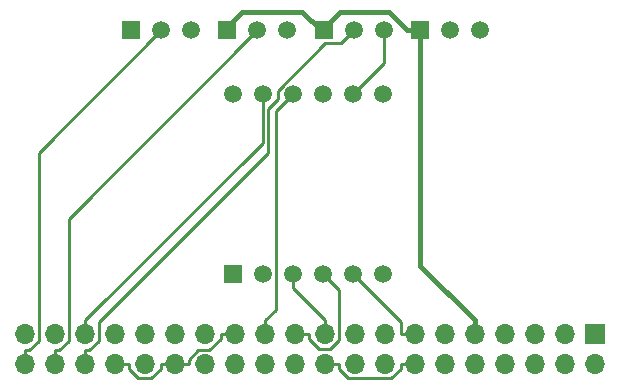
<source format=gbr>
G04 #@! TF.GenerationSoftware,KiCad,Pcbnew,5.99.0-unknown-r17121-d4cea0f2*
G04 #@! TF.CreationDate,2019-12-07T19:23:26-06:00*
G04 #@! TF.ProjectId,7_segment_led_module,375f7365-676d-4656-9e74-5f6c65645f6d,A*
G04 #@! TF.SameCoordinates,Original*
G04 #@! TF.FileFunction,Copper,L2,Bot*
G04 #@! TF.FilePolarity,Positive*
%FSLAX46Y46*%
G04 Gerber Fmt 4.6, Leading zero omitted, Abs format (unit mm)*
G04 Created by KiCad (PCBNEW 5.99.0-unknown-r17121-d4cea0f2) date 2019-12-07 19:23:26*
%MOMM*%
%LPD*%
G04 APERTURE LIST*
%ADD10C,1.500000*%
%ADD11R,1.500000X1.500000*%
%ADD12O,1.700000X1.700000*%
%ADD13R,1.700000X1.700000*%
%ADD14C,0.250000*%
%ADD15C,0.400000*%
G04 APERTURE END LIST*
D10*
X152220000Y-73645000D03*
X154760000Y-73645000D03*
X157300000Y-73645000D03*
X159840000Y-73645000D03*
X162380000Y-73645000D03*
X164920000Y-73645000D03*
X164920000Y-88885000D03*
X162380000Y-88885000D03*
X159840000Y-88885000D03*
X157300000Y-88885000D03*
X154760000Y-88885000D03*
D11*
X152220000Y-88885000D03*
X168065000Y-68240000D03*
D10*
X173145000Y-68240000D03*
X170605000Y-68240000D03*
D11*
X159915000Y-68240000D03*
D10*
X164995000Y-68240000D03*
X162455000Y-68240000D03*
D11*
X151765000Y-68240000D03*
D10*
X156845000Y-68240000D03*
X154305000Y-68240000D03*
D11*
X143615000Y-68240000D03*
D10*
X148695000Y-68240000D03*
X146155000Y-68240000D03*
D12*
X134620000Y-96520000D03*
X134620000Y-93980000D03*
X137160000Y-96520000D03*
X137160000Y-93980000D03*
X139700000Y-96520000D03*
X139700000Y-93980000D03*
X142240000Y-96520000D03*
X142240000Y-93980000D03*
X144780000Y-96520000D03*
X144780000Y-93980000D03*
X147320000Y-96520000D03*
X147320000Y-93980000D03*
X149860000Y-96520000D03*
X149860000Y-93980000D03*
X152400000Y-96520000D03*
X152400000Y-93980000D03*
X154940000Y-96520000D03*
X154940000Y-93980000D03*
X157480000Y-96520000D03*
X157480000Y-93980000D03*
X160020000Y-96520000D03*
X160020000Y-93980000D03*
X162560000Y-96520000D03*
X162560000Y-93980000D03*
X165100000Y-96520000D03*
X165100000Y-93980000D03*
X167640000Y-96520000D03*
X167640000Y-93980000D03*
X170180000Y-96520000D03*
X170180000Y-93980000D03*
X172720000Y-96520000D03*
X172720000Y-93980000D03*
X175260000Y-96520000D03*
X175260000Y-93980000D03*
X177800000Y-96520000D03*
X177800000Y-93980000D03*
X180340000Y-96520000D03*
X180340000Y-93980000D03*
X182880000Y-96520000D03*
D13*
X182880000Y-93980000D03*
D14*
X134620000Y-96520000D02*
X134620000Y-95344700D01*
X134620000Y-95344700D02*
X134987400Y-95344700D01*
X134987400Y-95344700D02*
X135795300Y-94536800D01*
X135795300Y-94536800D02*
X135795300Y-78599700D01*
X135795300Y-78599700D02*
X146155000Y-68240000D01*
D15*
X172720000Y-92804700D02*
X168065000Y-88149700D01*
X168065000Y-88149700D02*
X168065000Y-68240000D01*
D14*
X147320000Y-96520000D02*
X148495300Y-96520000D01*
X152400000Y-93980000D02*
X151224700Y-93980000D01*
X151224700Y-93980000D02*
X151224700Y-94347400D01*
X151224700Y-94347400D02*
X150227400Y-95344700D01*
X150227400Y-95344700D02*
X149303200Y-95344700D01*
X149303200Y-95344700D02*
X148495300Y-96152600D01*
X148495300Y-96152600D02*
X148495300Y-96520000D01*
X142240000Y-96520000D02*
X143415300Y-96520000D01*
X147320000Y-96520000D02*
X146144700Y-96520000D01*
X146144700Y-96520000D02*
X146144700Y-96887300D01*
X146144700Y-96887300D02*
X145336700Y-97695300D01*
X145336700Y-97695300D02*
X144223200Y-97695300D01*
X144223200Y-97695300D02*
X143415300Y-96887400D01*
X143415300Y-96887400D02*
X143415300Y-96520000D01*
D15*
X172720000Y-93980000D02*
X172720000Y-92804700D01*
D14*
X160020000Y-96520000D02*
X161195300Y-96520000D01*
X167640000Y-96520000D02*
X166464700Y-96520000D01*
X166464700Y-96520000D02*
X166464700Y-96887300D01*
X166464700Y-96887300D02*
X165656700Y-97695300D01*
X165656700Y-97695300D02*
X162003200Y-97695300D01*
X162003200Y-97695300D02*
X161195300Y-96887400D01*
X161195300Y-96887400D02*
X161195300Y-96520000D01*
X137160000Y-96520000D02*
X137160000Y-95344700D01*
X137160000Y-95344700D02*
X137527400Y-95344700D01*
X137527400Y-95344700D02*
X138335300Y-94536800D01*
X138335300Y-94536800D02*
X138335300Y-84209700D01*
X138335300Y-84209700D02*
X154305000Y-68240000D01*
X139700000Y-96520000D02*
X139700000Y-95344700D01*
X139700000Y-95344700D02*
X140067400Y-95344700D01*
X140067400Y-95344700D02*
X140875300Y-94536800D01*
X140875300Y-94536800D02*
X140875300Y-92969600D01*
X140875300Y-92969600D02*
X155210400Y-78634500D01*
X155210400Y-78634500D02*
X155210400Y-74894800D01*
X155210400Y-74894800D02*
X156030000Y-74075200D01*
X156030000Y-74075200D02*
X156030000Y-73355200D01*
X156030000Y-73355200D02*
X160066600Y-69318600D01*
X160066600Y-69318600D02*
X161376400Y-69318600D01*
X161376400Y-69318600D02*
X162455000Y-68240000D01*
X154760000Y-73645000D02*
X154760000Y-77744700D01*
X154760000Y-77744700D02*
X139700000Y-92804700D01*
X139700000Y-93980000D02*
X139700000Y-92804700D01*
X154940000Y-93980000D02*
X154940000Y-92804700D01*
X154940000Y-92804700D02*
X155870700Y-91874000D01*
X155870700Y-91874000D02*
X155870700Y-75074300D01*
X155870700Y-75074300D02*
X157300000Y-73645000D01*
X157480000Y-93980000D02*
X158655300Y-93980000D01*
X158655300Y-93980000D02*
X158655300Y-94347300D01*
X158655300Y-94347300D02*
X159503300Y-95195300D01*
X159503300Y-95195300D02*
X160469500Y-95195300D01*
X160469500Y-95195300D02*
X161200200Y-94464600D01*
X161200200Y-94464600D02*
X161200200Y-90245200D01*
X161200200Y-90245200D02*
X159840000Y-88885000D01*
X160020000Y-93980000D02*
X160020000Y-92804700D01*
X160020000Y-92804700D02*
X157300000Y-90084700D01*
X157300000Y-90084700D02*
X157300000Y-88885000D01*
X167640000Y-93980000D02*
X166464700Y-93980000D01*
X166464700Y-93980000D02*
X166464700Y-92969700D01*
X166464700Y-92969700D02*
X162380000Y-88885000D01*
X164995000Y-68240000D02*
X164995000Y-71030000D01*
X164995000Y-71030000D02*
X162380000Y-73645000D01*
D15*
X161290000Y-66675000D02*
X159915000Y-68050000D01*
X165424700Y-66675000D02*
X161290000Y-66675000D01*
X168065000Y-68240000D02*
X166989700Y-68240000D01*
X159915000Y-68050000D02*
X159915000Y-68240000D01*
X166989700Y-68240000D02*
X165424700Y-66675000D01*
X159680000Y-68240000D02*
X159915000Y-68240000D01*
X158115000Y-66675000D02*
X159680000Y-68240000D01*
X153035000Y-66675000D02*
X158115000Y-66675000D01*
X151765000Y-68240000D02*
X151765000Y-67945000D01*
X151765000Y-67945000D02*
X153035000Y-66675000D01*
M02*

</source>
